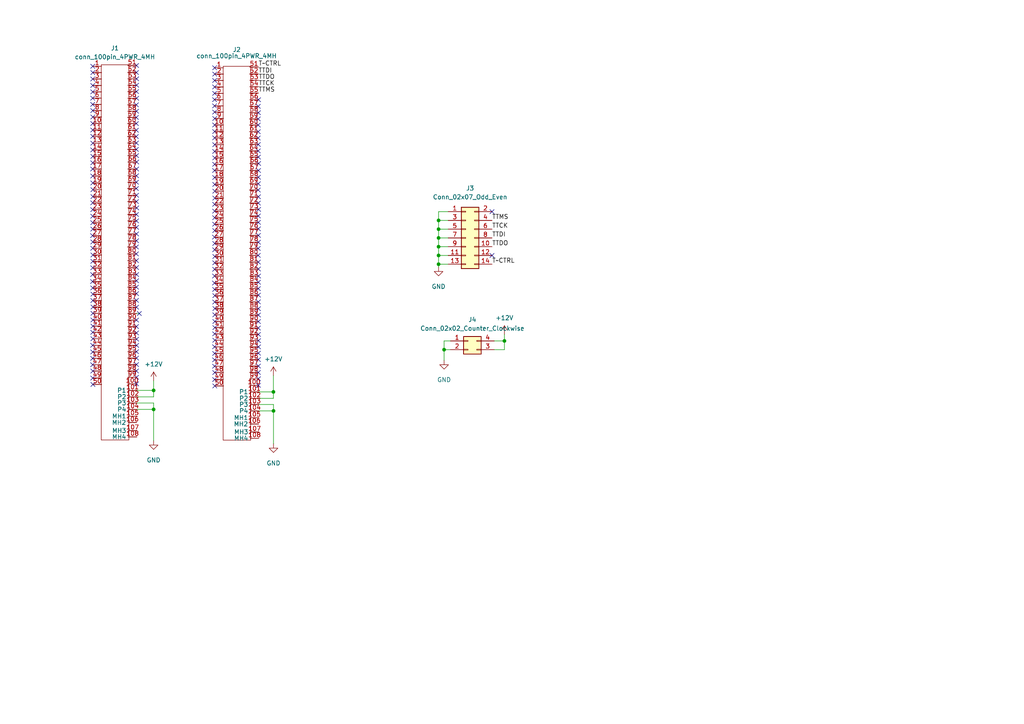
<source format=kicad_sch>
(kicad_sch (version 20211123) (generator eeschema)
  (paper "A4")
  (lib_symbols
    (symbol "Connector_Generic:Conn_02x02_Counter_Clockwise" (pin_names (offset 1.016) hide)
      (property "Reference" "J" (at 1.27 2.54 0))
      (property "Value" "Conn_02x02_Counter_Clockwise" (at 1.27 -5.08 0))
      (symbol "Conn_02x02_Counter_Clockwise_1_1"
        (rectangle (start -1.27 -2.413) (end 0 -2.667) (stroke (width 0.1524)))
        (rectangle (start -1.27 0.127) (end 0 -0.127) (stroke (width 0.1524)))
        (rectangle (start -1.27 1.27) (end 3.81 -3.81) (stroke (width 0.254)) (fill (type background)))
        (rectangle (start 3.81 -2.413) (end 2.54 -2.667) (stroke (width 0.1524)))
        (rectangle (start 3.81 0.127) (end 2.54 -0.127) (stroke (width 0.1524)))
        (pin passive line (at -5.08 0 0) (length 3.81) (name "Pin_1") (number "1"))
        (pin passive line (at -5.08 -2.54 0) (length 3.81) (name "Pin_2") (number "2"))
        (pin passive line (at 7.62 -2.54 180) (length 3.81) (name "Pin_3") (number "3"))
        (pin passive line (at 7.62 0 180) (length 3.81) (name "Pin_4") (number "4"))
      )
    )
    (symbol "Connector_Generic:Conn_02x07_Odd_Even" (pin_names (offset 1.016) hide)
      (property "Reference" "J" (at 1.27 10.16 0))
      (property "Value" "Conn_02x07_Odd_Even" (at 1.27 -10.16 0))
      (symbol "Conn_02x07_Odd_Even_1_1"
        (rectangle (start -1.27 -7.493) (end 0 -7.747) (stroke (width 0.1524)))
        (rectangle (start -1.27 -4.953) (end 0 -5.207) (stroke (width 0.1524)))
        (rectangle (start -1.27 -2.413) (end 0 -2.667) (stroke (width 0.1524)))
        (rectangle (start -1.27 0.127) (end 0 -0.127) (stroke (width 0.1524)))
        (rectangle (start -1.27 2.667) (end 0 2.413) (stroke (width 0.1524)))
        (rectangle (start -1.27 5.207) (end 0 4.953) (stroke (width 0.1524)))
        (rectangle (start -1.27 7.747) (end 0 7.493) (stroke (width 0.1524)))
        (rectangle (start -1.27 8.89) (end 3.81 -8.89) (stroke (width 0.254)) (fill (type background)))
        (rectangle (start 3.81 -7.493) (end 2.54 -7.747) (stroke (width 0.1524)))
        (rectangle (start 3.81 -4.953) (end 2.54 -5.207) (stroke (width 0.1524)))
        (rectangle (start 3.81 -2.413) (end 2.54 -2.667) (stroke (width 0.1524)))
        (rectangle (start 3.81 0.127) (end 2.54 -0.127) (stroke (width 0.1524)))
        (rectangle (start 3.81 2.667) (end 2.54 2.413) (stroke (width 0.1524)))
        (rectangle (start 3.81 5.207) (end 2.54 4.953) (stroke (width 0.1524)))
        (rectangle (start 3.81 7.747) (end 2.54 7.493) (stroke (width 0.1524)))
        (pin passive line (at -5.08 7.62 0) (length 3.81) (name "Pin_1") (number "1"))
        (pin passive line (at 7.62 -2.54 180) (length 3.81) (name "Pin_10") (number "10"))
        (pin passive line (at -5.08 -5.08 0) (length 3.81) (name "Pin_11") (number "11"))
        (pin passive line (at 7.62 -5.08 180) (length 3.81) (name "Pin_12") (number "12"))
        (pin passive line (at -5.08 -7.62 0) (length 3.81) (name "Pin_13") (number "13"))
        (pin passive line (at 7.62 -7.62 180) (length 3.81) (name "Pin_14") (number "14"))
        (pin passive line (at 7.62 7.62 180) (length 3.81) (name "Pin_2") (number "2"))
        (pin passive line (at -5.08 5.08 0) (length 3.81) (name "Pin_3") (number "3"))
        (pin passive line (at 7.62 5.08 180) (length 3.81) (name "Pin_4") (number "4"))
        (pin passive line (at -5.08 2.54 0) (length 3.81) (name "Pin_5") (number "5"))
        (pin passive line (at 7.62 2.54 180) (length 3.81) (name "Pin_6") (number "6"))
        (pin passive line (at -5.08 0 0) (length 3.81) (name "Pin_7") (number "7"))
        (pin passive line (at 7.62 0 180) (length 3.81) (name "Pin_8") (number "8"))
        (pin passive line (at -5.08 -2.54 0) (length 3.81) (name "Pin_9") (number "9"))
      )
    )
    (symbol "New_Library:conn_100pin_4PWR_4MH"
      (property "Reference" "J1" (at -42.418 128.5494 0))
      (property "Value" "conn_100pin_4PWR_4MH" (at -42.418 126.0094 0))
      (symbol "conn_100pin_4PWR_4MH_0_1"
        (rectangle (start -46.3804 123.7234) (end -38.354 14.9098))
      )
      (symbol "conn_100pin_4PWR_4MH_1_1"
        (pin passive line (at -48.8442 123.2916 0) (length 2.54) (name "") (number "1"))
        (pin passive line (at -48.8442 106.7054 0) (length 2.54) (name "") (number "10"))
        (pin passive line (at -36.1442 31.1912 180) (length 2.54) (name "") (number "100"))
        (pin passive line (at -36.0426 29.2862 180) (length 2.54) (name "P1") (number "101"))
        (pin passive line (at -36.0172 27.4066 180) (length 2.54) (name "P2") (number "102"))
        (pin passive line (at -36.0172 25.6286 180) (length 2.54) (name "P3") (number "103"))
        (pin passive line (at -36.0172 23.7744 180) (length 2.54) (name "P4") (number "104"))
        (pin passive line (at -36.0426 21.7932 180) (length 2.54) (name "MH1") (number "105"))
        (pin passive line (at -36.068 19.9644 180) (length 2.54) (name "MH2") (number "106"))
        (pin passive line (at -36.0172 17.6276 180) (length 2.54) (name "MH3") (number "107"))
        (pin passive line (at -36.0426 15.7988 180) (length 2.54) (name "MH4") (number "108"))
        (pin passive line (at -48.8442 104.8004 0) (length 2.54) (name "") (number "11"))
        (pin passive line (at -48.8442 102.9716 0) (length 2.54) (name "") (number "12"))
        (pin passive line (at -48.8188 100.9904 0) (length 2.54) (name "") (number "13"))
        (pin passive line (at -48.8442 99.0346 0) (length 2.54) (name "") (number "14"))
        (pin passive line (at -48.8188 97.155 0) (length 2.54) (name "") (number "15"))
        (pin passive line (at -48.8442 95.3008 0) (length 2.54) (name "") (number "16"))
        (pin passive line (at -48.8696 93.4974 0) (length 2.54) (name "") (number "17"))
        (pin passive line (at -48.8442 91.4654 0) (length 2.54) (name "") (number "18"))
        (pin passive line (at -48.8188 89.4588 0) (length 2.54) (name "") (number "19"))
        (pin passive line (at -48.8188 121.4628 0) (length 2.54) (name "") (number "2"))
        (pin passive line (at -48.7934 87.503 0) (length 2.54) (name "") (number "20"))
        (pin passive line (at -48.7934 85.4964 0) (length 2.54) (name "") (number "21"))
        (pin passive line (at -48.8442 83.693 0) (length 2.54) (name "") (number "22"))
        (pin passive line (at -48.8442 81.7118 0) (length 2.54) (name "") (number "23"))
        (pin passive line (at -48.8442 79.8068 0) (length 2.54) (name "") (number "24"))
        (pin passive line (at -48.8442 77.9272 0) (length 2.54) (name "") (number "25"))
        (pin passive line (at -48.8188 76.073 0) (length 2.54) (name "") (number "26"))
        (pin passive line (at -48.895 74.168 0) (length 2.54) (name "") (number "27"))
        (pin passive line (at -48.8188 72.3392 0) (length 2.54) (name "") (number "28"))
        (pin passive line (at -48.8442 70.5104 0) (length 2.54) (name "") (number "29"))
        (pin passive line (at -48.8442 119.6086 0) (length 2.54) (name "") (number "3"))
        (pin passive line (at -48.7934 68.5546 0) (length 2.54) (name "") (number "30"))
        (pin passive line (at -48.8188 66.7258 0) (length 2.54) (name "") (number "31"))
        (pin passive line (at -48.8442 64.8462 0) (length 2.54) (name "") (number "32"))
        (pin passive line (at -48.8696 62.8904 0) (length 2.54) (name "") (number "33"))
        (pin passive line (at -48.895 60.8584 0) (length 2.54) (name "") (number "34"))
        (pin passive line (at -48.8442 59.0042 0) (length 2.54) (name "") (number "35"))
        (pin passive line (at -48.7934 57.2008 0) (length 2.54) (name "") (number "36"))
        (pin passive line (at -48.8188 55.3466 0) (length 2.54) (name "") (number "37"))
        (pin passive line (at -48.768 53.467 0) (length 2.54) (name "") (number "38"))
        (pin passive line (at -48.7934 51.6382 0) (length 2.54) (name "") (number "39"))
        (pin passive line (at -48.8442 117.729 0) (length 2.54) (name "") (number "4"))
        (pin passive line (at -48.7934 49.7078 0) (length 2.54) (name "") (number "40"))
        (pin passive line (at -48.7934 47.9298 0) (length 2.54) (name "") (number "41"))
        (pin passive line (at -48.8442 46.1264 0) (length 2.54) (name "") (number "42"))
        (pin passive line (at -48.7934 44.2722 0) (length 2.54) (name "") (number "43"))
        (pin passive line (at -48.8696 42.3672 0) (length 2.54) (name "") (number "44"))
        (pin passive line (at -48.8442 40.4368 0) (length 2.54) (name "") (number "45"))
        (pin passive line (at -48.8696 38.5826 0) (length 2.54) (name "") (number "46"))
        (pin passive line (at -48.8696 36.7284 0) (length 2.54) (name "") (number "47"))
        (pin passive line (at -48.8188 34.8996 0) (length 2.54) (name "") (number "48"))
        (pin passive line (at -48.8442 32.8676 0) (length 2.54) (name "") (number "49"))
        (pin passive line (at -48.8442 115.8748 0) (length 2.54) (name "") (number "5"))
        (pin passive line (at -48.7934 31.0134 0) (length 2.54) (name "") (number "50"))
        (pin passive line (at -36.1442 123.5202 180) (length 2.54) (name "") (number "51"))
        (pin passive line (at -36.1696 121.4882 180) (length 2.54) (name "") (number "52"))
        (pin passive line (at -36.1188 119.6594 180) (length 2.54) (name "") (number "53"))
        (pin passive line (at -36.1188 117.8052 180) (length 2.54) (name "") (number "54"))
        (pin passive line (at -36.1442 115.951 180) (length 2.54) (name "") (number "55"))
        (pin passive line (at -36.1188 114.0206 180) (length 2.54) (name "") (number "56"))
        (pin passive line (at -36.195 112.1156 180) (length 2.54) (name "") (number "57"))
        (pin passive line (at -36.1442 110.2614 180) (length 2.54) (name "") (number "58"))
        (pin passive line (at -36.195 108.458 180) (length 2.54) (name "") (number "59"))
        (pin passive line (at -48.8696 114.046 0) (length 2.54) (name "") (number "6"))
        (pin passive line (at -36.195 106.68 180) (length 2.54) (name "") (number "60"))
        (pin passive line (at -36.195 104.7496 180) (length 2.54) (name "") (number "61"))
        (pin passive line (at -36.2204 102.9208 180) (length 2.54) (name "") (number "62"))
        (pin passive line (at -36.1696 101.0412 180) (length 2.54) (name "") (number "63"))
        (pin passive line (at -36.195 99.187 180) (length 2.54) (name "") (number "64"))
        (pin passive line (at -36.1442 97.3836 180) (length 2.54) (name "") (number "65"))
        (pin passive line (at -36.0934 95.5294 180) (length 2.54) (name "") (number "66"))
        (pin passive line (at -36.1188 93.4974 180) (length 2.54) (name "") (number "67"))
        (pin passive line (at -36.1442 91.5416 180) (length 2.54) (name "") (number "68"))
        (pin passive line (at -36.1696 89.662 180) (length 2.54) (name "") (number "69"))
        (pin passive line (at -48.8696 112.2426 0) (length 2.54) (name "") (number "7"))
        (pin passive line (at -36.195 87.8332 180) (length 2.54) (name "") (number "70"))
        (pin passive line (at -36.1442 85.8774 180) (length 2.54) (name "") (number "71"))
        (pin passive line (at -36.1696 84.0486 180) (length 2.54) (name "") (number "72"))
        (pin passive line (at -36.0934 82.2198 180) (length 2.54) (name "") (number "73"))
        (pin passive line (at -36.1696 80.3148 180) (length 2.54) (name "") (number "74"))
        (pin passive line (at -36.1442 78.4606 180) (length 2.54) (name "") (number "75"))
        (pin passive line (at -36.1442 76.581 180) (length 2.54) (name "") (number "76"))
        (pin passive line (at -36.1442 74.676 180) (length 2.54) (name "") (number "77"))
        (pin passive line (at -36.1442 72.6948 180) (length 2.54) (name "") (number "78"))
        (pin passive line (at -36.195 70.8914 180) (length 2.54) (name "") (number "79"))
        (pin passive line (at -48.8442 110.4392 0) (length 2.54) (name "") (number "8"))
        (pin passive line (at -36.195 68.8848 180) (length 2.54) (name "") (number "80"))
        (pin passive line (at -36.1696 66.929 180) (length 2.54) (name "") (number "81"))
        (pin passive line (at -36.1442 64.9224 180) (length 2.54) (name "") (number "82"))
        (pin passive line (at -36.1188 62.8904 180) (length 2.54) (name "") (number "83"))
        (pin passive line (at -36.1442 61.087 180) (length 2.54) (name "") (number "84"))
        (pin passive line (at -36.1696 59.2328 180) (length 2.54) (name "") (number "85"))
        (pin passive line (at -36.1442 57.3532 180) (length 2.54) (name "") (number "86"))
        (pin passive line (at -36.1696 55.3974 180) (length 2.54) (name "") (number "87"))
        (pin passive line (at -36.1442 53.4162 180) (length 2.54) (name "") (number "88"))
        (pin passive line (at -36.1442 51.5874 180) (length 2.54) (name "") (number "89"))
        (pin passive line (at -48.8188 108.585 0) (length 2.54) (name "") (number "9"))
        (pin passive line (at -36.1442 49.6824 180) (length 2.54) (name "") (number "90"))
        (pin passive line (at -36.1696 47.8028 180) (length 2.54) (name "") (number "91"))
        (pin passive line (at -36.1442 45.9486 180) (length 2.54) (name "") (number "92"))
        (pin passive line (at -36.1188 44.1452 180) (length 2.54) (name "") (number "93"))
        (pin passive line (at -36.1188 42.3418 180) (length 2.54) (name "") (number "94"))
        (pin passive line (at -36.1442 40.513 180) (length 2.54) (name "") (number "95"))
        (pin passive line (at -36.1442 38.6588 180) (length 2.54) (name "") (number "96"))
        (pin passive line (at -36.1442 36.7792 180) (length 2.54) (name "") (number "97"))
        (pin passive line (at -36.1696 34.925 180) (length 2.54) (name "") (number "98"))
        (pin passive line (at -36.1442 33.0962 180) (length 2.54) (name "") (number "99"))
      )
    )
    (symbol "conn_100pin_4PWR_4MH_1"
      (property "Reference" "J2" (at -42.418 128.5494 0))
      (property "Value" "conn_100pin_4PWR_4MH" (at -42.4942 126.7206 0))
      (symbol "conn_100pin_4PWR_4MH_1_0_1"
        (rectangle (start -46.3804 123.7234) (end -38.3794 15.2908))
      )
      (symbol "conn_100pin_4PWR_4MH_1_1_1"
        (pin passive line (at -48.8442 123.2916 0) (length 2.54) (name "") (number "1"))
        (pin passive line (at -48.8442 106.7054 0) (length 2.54) (name "") (number "10"))
        (pin passive line (at -36.1442 31.1912 180) (length 2.54) (name "") (number "100"))
        (pin passive line (at -36.0426 29.2862 180) (length 2.54) (name "P1") (number "101"))
        (pin passive line (at -36.0172 27.4066 180) (length 2.54) (name "P2") (number "102"))
        (pin passive line (at -36.0172 25.6286 180) (length 2.54) (name "P3") (number "103"))
        (pin passive line (at -36.0172 23.7744 180) (length 2.54) (name "P4") (number "104"))
        (pin passive line (at -36.0426 21.7932 180) (length 2.54) (name "MH1") (number "105"))
        (pin passive line (at -36.068 19.9644 180) (length 2.54) (name "MH2") (number "106"))
        (pin passive line (at -35.9918 17.653 180) (length 2.54) (name "MH3") (number "107"))
        (pin passive line (at -36.0172 15.8242 180) (length 2.54) (name "MH4") (number "108"))
        (pin passive line (at -48.8442 104.8004 0) (length 2.54) (name "") (number "11"))
        (pin passive line (at -48.8442 102.9716 0) (length 2.54) (name "") (number "12"))
        (pin passive line (at -48.8188 100.9904 0) (length 2.54) (name "") (number "13"))
        (pin passive line (at -48.8442 99.0346 0) (length 2.54) (name "") (number "14"))
        (pin passive line (at -48.8188 97.155 0) (length 2.54) (name "") (number "15"))
        (pin passive line (at -48.8442 95.3008 0) (length 2.54) (name "") (number "16"))
        (pin passive line (at -48.8696 93.4974 0) (length 2.54) (name "") (number "17"))
        (pin passive line (at -48.8442 91.4654 0) (length 2.54) (name "") (number "18"))
        (pin passive line (at -48.8188 89.4588 0) (length 2.54) (name "") (number "19"))
        (pin passive line (at -48.8188 121.4628 0) (length 2.54) (name "") (number "2"))
        (pin passive line (at -48.7934 87.503 0) (length 2.54) (name "") (number "20"))
        (pin passive line (at -48.7934 85.4964 0) (length 2.54) (name "") (number "21"))
        (pin passive line (at -48.8442 83.693 0) (length 2.54) (name "") (number "22"))
        (pin passive line (at -48.8442 81.7118 0) (length 2.54) (name "") (number "23"))
        (pin passive line (at -48.8442 79.8068 0) (length 2.54) (name "") (number "24"))
        (pin passive line (at -48.8442 77.9272 0) (length 2.54) (name "") (number "25"))
        (pin passive line (at -48.8188 76.073 0) (length 2.54) (name "") (number "26"))
        (pin passive line (at -48.895 74.168 0) (length 2.54) (name "") (number "27"))
        (pin passive line (at -48.8188 72.3392 0) (length 2.54) (name "") (number "28"))
        (pin passive line (at -48.8442 70.5104 0) (length 2.54) (name "") (number "29"))
        (pin passive line (at -48.8442 119.6086 0) (length 2.54) (name "") (number "3"))
        (pin passive line (at -48.7934 68.5546 0) (length 2.54) (name "") (number "30"))
        (pin passive line (at -48.8188 66.7258 0) (length 2.54) (name "") (number "31"))
        (pin passive line (at -48.8442 64.8462 0) (length 2.54) (name "") (number "32"))
        (pin passive line (at -48.8696 62.8904 0) (length 2.54) (name "") (number "33"))
        (pin passive line (at -48.895 60.8584 0) (length 2.54) (name "") (number "34"))
        (pin passive line (at -48.8442 59.0042 0) (length 2.54) (name "") (number "35"))
        (pin passive line (at -48.7934 57.2008 0) (length 2.54) (name "") (number "36"))
        (pin passive line (at -48.8188 55.3466 0) (length 2.54) (name "") (number "37"))
        (pin passive line (at -48.768 53.467 0) (length 2.54) (name "") (number "38"))
        (pin passive line (at -48.7934 51.6382 0) (length 2.54) (name "") (number "39"))
        (pin passive line (at -48.8442 117.729 0) (length 2.54) (name "") (number "4"))
        (pin passive line (at -48.7934 49.7078 0) (length 2.54) (name "") (number "40"))
        (pin passive line (at -48.7934 47.9298 0) (length 2.54) (name "") (number "41"))
        (pin passive line (at -48.8442 46.1264 0) (length 2.54) (name "") (number "42"))
        (pin passive line (at -48.7934 44.2722 0) (length 2.54) (name "") (number "43"))
        (pin passive line (at -48.8696 42.3672 0) (length 2.54) (name "") (number "44"))
        (pin passive line (at -48.8442 40.4368 0) (length 2.54) (name "") (number "45"))
        (pin passive line (at -48.8696 38.5826 0) (length 2.54) (name "") (number "46"))
        (pin passive line (at -48.8696 36.7284 0) (length 2.54) (name "") (number "47"))
        (pin passive line (at -48.8188 34.8996 0) (length 2.54) (name "") (number "48"))
        (pin passive line (at -48.8442 32.8676 0) (length 2.54) (name "") (number "49"))
        (pin passive line (at -48.8442 115.8748 0) (length 2.54) (name "") (number "5"))
        (pin passive line (at -48.7934 31.0134 0) (length 2.54) (name "") (number "50"))
        (pin passive line (at -36.1442 123.5202 180) (length 2.54) (name "") (number "51"))
        (pin passive line (at -36.1696 121.4882 180) (length 2.54) (name "") (number "52"))
        (pin passive line (at -36.1188 119.6594 180) (length 2.54) (name "") (number "53"))
        (pin passive line (at -36.1188 117.8052 180) (length 2.54) (name "") (number "54"))
        (pin passive line (at -36.1442 115.951 180) (length 2.54) (name "") (number "55"))
        (pin passive line (at -36.1188 114.0206 180) (length 2.54) (name "") (number "56"))
        (pin passive line (at -36.195 112.1156 180) (length 2.54) (name "") (number "57"))
        (pin passive line (at -36.1442 110.2614 180) (length 2.54) (name "") (number "58"))
        (pin passive line (at -36.195 108.458 180) (length 2.54) (name "") (number "59"))
        (pin passive line (at -48.8696 114.046 0) (length 2.54) (name "") (number "6"))
        (pin passive line (at -36.195 106.68 180) (length 2.54) (name "") (number "60"))
        (pin passive line (at -36.195 104.7496 180) (length 2.54) (name "") (number "61"))
        (pin passive line (at -36.2204 102.9208 180) (length 2.54) (name "") (number "62"))
        (pin passive line (at -36.1696 101.0412 180) (length 2.54) (name "") (number "63"))
        (pin passive line (at -36.195 99.187 180) (length 2.54) (name "") (number "64"))
        (pin passive line (at -36.1442 97.3836 180) (length 2.54) (name "") (number "65"))
        (pin passive line (at -36.0934 95.5294 180) (length 2.54) (name "") (number "66"))
        (pin passive line (at -36.1188 93.4974 180) (length 2.54) (name "") (number "67"))
        (pin passive line (at -36.1442 91.5416 180) (length 2.54) (name "") (number "68"))
        (pin passive line (at -36.1696 89.662 180) (length 2.54) (name "") (number "69"))
        (pin passive line (at -48.8696 112.2426 0) (length 2.54) (name "") (number "7"))
        (pin passive line (at -36.195 87.8332 180) (length 2.54) (name "") (number "70"))
        (pin passive line (at -36.1442 85.8774 180) (length 2.54) (name "") (number "71"))
        (pin passive line (at -36.1696 84.0486 180) (length 2.54) (name "") (number "72"))
        (pin passive line (at -36.0934 82.2198 180) (length 2.54) (name "") (number "73"))
        (pin passive line (at -36.1696 80.3148 180) (length 2.54) (name "") (number "74"))
        (pin passive line (at -36.1442 78.4606 180) (length 2.54) (name "") (number "75"))
        (pin passive line (at -36.1442 76.581 180) (length 2.54) (name "") (number "76"))
        (pin passive line (at -36.1442 74.676 180) (length 2.54) (name "") (number "77"))
        (pin passive line (at -36.1442 72.6948 180) (length 2.54) (name "") (number "78"))
        (pin passive line (at -36.195 70.8914 180) (length 2.54) (name "") (number "79"))
        (pin passive line (at -48.8442 110.4392 0) (length 2.54) (name "") (number "8"))
        (pin passive line (at -36.195 68.8848 180) (length 2.54) (name "") (number "80"))
        (pin passive line (at -36.1696 66.929 180) (length 2.54) (name "") (number "81"))
        (pin passive line (at -36.1442 64.9224 180) (length 2.54) (name "") (number "82"))
        (pin passive line (at -36.1188 62.8904 180) (length 2.54) (name "") (number "83"))
        (pin passive line (at -36.1442 61.087 180) (length 2.54) (name "") (number "84"))
        (pin passive line (at -36.1696 59.2328 180) (length 2.54) (name "") (number "85"))
        (pin passive line (at -36.1442 57.3532 180) (length 2.54) (name "") (number "86"))
        (pin passive line (at -36.1696 55.3974 180) (length 2.54) (name "") (number "87"))
        (pin passive line (at -36.1442 53.4162 180) (length 2.54) (name "") (number "88"))
        (pin passive line (at -36.1442 51.5874 180) (length 2.54) (name "") (number "89"))
        (pin passive line (at -48.8188 108.585 0) (length 2.54) (name "") (number "9"))
        (pin passive line (at -36.1442 49.6824 180) (length 2.54) (name "") (number "90"))
        (pin passive line (at -36.1696 47.8028 180) (length 2.54) (name "") (number "91"))
        (pin passive line (at -36.1442 45.9486 180) (length 2.54) (name "") (number "92"))
        (pin passive line (at -36.1188 44.1452 180) (length 2.54) (name "") (number "93"))
        (pin passive line (at -36.1188 42.3418 180) (length 2.54) (name "") (number "94"))
        (pin passive line (at -36.1442 40.513 180) (length 2.54) (name "") (number "95"))
        (pin passive line (at -36.1442 38.6588 180) (length 2.54) (name "") (number "96"))
        (pin passive line (at -36.1442 36.7792 180) (length 2.54) (name "") (number "97"))
        (pin passive line (at -36.1696 34.925 180) (length 2.54) (name "") (number "98"))
        (pin passive line (at -36.1442 33.0962 180) (length 2.54) (name "") (number "99"))
      )
    )
    (symbol "power:+12V" (power) (pin_names (offset 0))
      (property "Value" "+12V" (at 0 3.556 0))
      (symbol "+12V_0_1"
        (polyline (pts (xy -0.762 1.27) (xy 0 2.54)))
        (polyline (pts (xy 0 0) (xy 0 2.54)))
        (polyline (pts (xy 0 2.54) (xy 0.762 1.27)))
      )
      (symbol "+12V_1_1"
        (pin power_in line (at 0 0 90) (length 0) hide (name "+12V") (number "1"))
      )
    )
    (symbol "power:GND" (power) (pin_names (offset 0))
      (property "Value" "GND" (at 0 -3.81 0))
      (symbol "GND_0_1"
        (polyline (pts (xy 0 0) (xy 0 -1.27) (xy 1.27 -1.27) (xy 0 -2.54) (xy -1.27 -1.27) (xy 0 -1.27)))
      )
      (symbol "GND_1_1"
        (pin power_in line (at 0 0 270) (length 0) hide (name "GND") (number "1"))
      )
    )
  )
  (junction (at 146.304 98.8822))
  (junction (at 127.2032 76.6318))
  (junction (at 79.3242 119.1768))
  (junction (at 127.2032 66.4718))
  (junction (at 127.2032 63.9318))
  (junction (at 79.2988 113.665))
  (junction (at 44.5516 118.745))
  (junction (at 127.2032 74.0918))
  (junction (at 127.2032 69.0118))
  (junction (at 128.8034 101.4222))
  (junction (at 127.2032 71.5518))
  (junction (at 44.5516 113.2332))
  (no_connect (at 74.9554 64.4906))
  (no_connect (at 74.9554 78.0288))
  (no_connect (at 39.5732 52.8574))
  (no_connect (at 26.8986 35.814))
  (no_connect (at 39.5986 109.4232))
  (no_connect (at 26.8986 43.4848))
  (no_connect (at 62.2808 53.4924))
  (no_connect (at 39.5478 35.8394))
  (no_connect (at 62.2808 87.6046))
  (no_connect (at 74.9554 106.172))
  (no_connect (at 74.9554 91.3638))
  (no_connect (at 74.9554 70.2564))
  (no_connect (at 74.9554 97.0026))
  (no_connect (at 74.9046 72.0598))
  (no_connect (at 62.2554 65.024))
  (no_connect (at 62.2554 78.105))
  (no_connect (at 26.8732 30.2768))
  (no_connect (at 62.2808 45.7962))
  (no_connect (at 74.8792 40.0304))
  (no_connect (at 39.5986 65.9384))
  (no_connect (at 40.4114 90.932))
  (no_connect (at 74.9554 102.4382))
  (no_connect (at 62.23 28.9052))
  (no_connect (at 62.2808 21.4884))
  (no_connect (at 26.9494 111.506))
  (no_connect (at 74.9554 81.8642))
  (no_connect (at 39.624 24.7142))
  (no_connect (at 39.5478 73.6346))
  (no_connect (at 62.23 104.3686))
  (no_connect (at 39.5478 34.0614))
  (no_connect (at 62.2554 27.0764))
  (no_connect (at 74.9554 85.598))
  (no_connect (at 26.8986 62.7126))
  (no_connect (at 39.5732 62.2046))
  (no_connect (at 142.6972 74.0918))
  (no_connect (at 39.624 22.86))
  (no_connect (at 26.8986 58.8264))
  (no_connect (at 74.9046 74.0664))
  (no_connect (at 26.8478 81.661))
  (no_connect (at 74.9046 55.118))
  (no_connect (at 62.2554 96.8248))
  (no_connect (at 39.5986 64.0588))
  (no_connect (at 62.2808 70.612))
  (no_connect (at 74.9554 51.4096))
  (no_connect (at 74.9554 45.5676))
  (no_connect (at 74.9554 66.3702))
  (no_connect (at 26.8986 39.5478))
  (no_connect (at 74.9046 36.2712))
  (no_connect (at 39.5732 87.122))
  (no_connect (at 39.5986 111.3282))
  (no_connect (at 74.9554 89.535))
  (no_connect (at 26.8986 102.0826))
  (no_connect (at 62.2554 25.2222))
  (no_connect (at 26.9494 92.8116))
  (no_connect (at 62.3062 93.2434))
  (no_connect (at 62.23 106.2228))
  (no_connect (at 62.2554 39.9796))
  (no_connect (at 74.93 87.5538))
  (no_connect (at 26.9494 94.5896))
  (no_connect (at 39.5732 107.5944))
  (no_connect (at 26.924 53.0606))
  (no_connect (at 62.2554 38.1508))
  (no_connect (at 62.2554 63.1444))
  (no_connect (at 39.5478 37.7698))
  (no_connect (at 62.2808 34.3662))
  (no_connect (at 26.924 66.4464))
  (no_connect (at 26.8732 100.1522))
  (no_connect (at 26.8986 24.7904))
  (no_connect (at 26.8986 51.054))
  (no_connect (at 74.9554 104.2924))
  (no_connect (at 62.3062 57.4548))
  (no_connect (at 62.23 80.0608))
  (no_connect (at 39.5986 89.1032))
  (no_connect (at 74.9554 111.76))
  (no_connect (at 26.924 87.1728))
  (no_connect (at 74.93 53.2892))
  (no_connect (at 62.2554 51.4858))
  (no_connect (at 39.5732 58.4708))
  (no_connect (at 75.0062 47.4218))
  (no_connect (at 26.924 70.1802))
  (no_connect (at 62.2554 43.9166))
  (no_connect (at 62.2554 72.4408))
  (no_connect (at 39.5986 67.8434))
  (no_connect (at 62.2808 66.8782))
  (no_connect (at 26.9494 90.8812))
  (no_connect (at 62.23 49.4538))
  (no_connect (at 26.8732 49.022))
  (no_connect (at 26.8986 72.009))
  (no_connect (at 62.3316 89.4842))
  (no_connect (at 26.8986 22.9108))
  (no_connect (at 26.924 107.6198))
  (no_connect (at 74.93 83.7184))
  (no_connect (at 62.3062 111.9378))
  (no_connect (at 74.93 108.0262))
  (no_connect (at 39.5986 81.4324))
  (no_connect (at 62.2046 82.0928))
  (no_connect (at 39.5478 43.3324))
  (no_connect (at 74.9554 93.2688))
  (no_connect (at 39.5478 71.628))
  (no_connect (at 62.3062 85.7504))
  (no_connect (at 39.5478 54.6862))
  (no_connect (at 62.23 100.584))
  (no_connect (at 62.3062 91.313))
  (no_connect (at 26.924 45.3644))
  (no_connect (at 39.5986 18.9992))
  (no_connect (at 62.3062 95.0214))
  (no_connect (at 74.9554 68.2752))
  (no_connect (at 62.2808 41.9608))
  (no_connect (at 26.8732 105.791))
  (no_connect (at 26.924 41.529))
  (no_connect (at 39.5732 75.5904))
  (no_connect (at 62.3062 55.4482))
  (no_connect (at 62.2808 108.0516))
  (no_connect (at 26.8986 47.2186))
  (no_connect (at 26.9494 57.023))
  (no_connect (at 74.9808 100.6094))
  (no_connect (at 74.9554 32.6898))
  (no_connect (at 75.0062 60.7314))
  (no_connect (at 74.9046 34.4932))
  (no_connect (at 26.924 21.0566))
  (no_connect (at 39.5732 94.7166))
  (no_connect (at 74.93 62.6364))
  (no_connect (at 26.8986 32.0802))
  (no_connect (at 74.9046 30.8356))
  (no_connect (at 39.5986 96.5708))
  (no_connect (at 26.8732 28.4734))
  (no_connect (at 62.2554 61.2394))
  (no_connect (at 39.5986 26.5684))
  (no_connect (at 26.8986 83.5152))
  (no_connect (at 74.93 58.9026))
  (no_connect (at 74.9808 98.806))
  (no_connect (at 39.6494 46.99))
  (no_connect (at 26.9494 85.3186))
  (no_connect (at 26.8732 79.629))
  (no_connect (at 62.2808 76.2254))
  (no_connect (at 39.6494 60.2996))
  (no_connect (at 26.9748 89.0524))
  (no_connect (at 74.9554 109.855))
  (no_connect (at 39.5224 39.5986))
  (no_connect (at 26.9494 55.0164))
  (no_connect (at 26.9494 73.9648))
  (no_connect (at 26.8986 64.5922))
  (no_connect (at 62.2554 47.6504))
  (no_connect (at 26.8986 96.393))
  (no_connect (at 39.5986 56.642))
  (no_connect (at 39.5986 32.258))
  (no_connect (at 39.5986 92.837))
  (no_connect (at 39.5478 30.4038))
  (no_connect (at 26.8986 37.719))
  (no_connect (at 74.9808 80.0608))
  (no_connect (at 39.5986 69.8246))
  (no_connect (at 26.8986 109.6518))
  (no_connect (at 62.2554 110.0836))
  (no_connect (at 39.624 28.4988))
  (no_connect (at 39.624 100.1776))
  (no_connect (at 39.5986 105.7402))
  (no_connect (at 62.2554 32.512))
  (no_connect (at 39.624 98.3742))
  (no_connect (at 142.6972 61.3918))
  (no_connect (at 39.5986 85.1662))
  (no_connect (at 74.9808 49.4538))
  (no_connect (at 62.2554 59.2582))
  (no_connect (at 26.8986 26.6446))
  (no_connect (at 74.93 95.1484))
  (no_connect (at 26.924 75.7936))
  (no_connect (at 26.924 33.9344))
  (no_connect (at 26.8478 68.3514))
  (no_connect (at 39.5986 50.9778))
  (no_connect (at 74.93 76.0222))
  (no_connect (at 62.3062 98.679))
  (no_connect (at 62.2554 23.3426))
  (no_connect (at 26.8986 19.2278))
  (no_connect (at 39.5986 102.0064))
  (no_connect (at 62.2554 83.947))
  (no_connect (at 26.9494 98.2472))
  (no_connect (at 62.2554 36.2458))
  (no_connect (at 39.5986 45.1358))
  (no_connect (at 62.2554 19.6596))
  (no_connect (at 39.5732 21.0312))
  (no_connect (at 62.2046 68.7832))
  (no_connect (at 26.8732 103.9368))
  (no_connect (at 62.3062 74.3966))
  (no_connect (at 26.8986 77.6732))
  (no_connect (at 74.9046 38.2016))
  (no_connect (at 39.5986 103.8606))
  (no_connect (at 26.8986 60.8076))
  (no_connect (at 39.624 49.022))
  (no_connect (at 39.5732 41.4782))
  (no_connect (at 62.23 30.7086))
  (no_connect (at 74.9554 57.0738))
  (no_connect (at 39.624 79.629))
  (no_connect (at 74.9808 28.9306))
  (no_connect (at 74.9046 43.7642))
  (no_connect (at 39.5732 83.2866))
  (no_connect (at 39.5986 77.597))
  (no_connect (at 74.93 41.91))
  (no_connect (at 62.2554 102.5144))
  (wire (pts (xy 79.2988 108.9406) (xy 79.2988 113.665)))
  (wire (pts (xy 39.7256 118.745) (xy 44.5516 118.745)))
  (wire (pts (xy 79.3242 119.1768) (xy 79.3242 128.7018)))
  (wire (pts (xy 44.5516 118.745) (xy 44.5516 127.8128)))
  (wire (pts (xy 127.2032 76.6318) (xy 127.2032 77.47)))
  (wire (pts (xy 39.7256 115.1128) (xy 44.5516 115.1128)))
  (wire (pts (xy 127.2032 63.9318) (xy 127.2032 66.4718)))
  (wire (pts (xy 143.3576 98.8822) (xy 146.304 98.8822)))
  (wire (pts (xy 129.9972 61.3918) (xy 127.2032 61.3918)))
  (wire (pts (xy 79.3242 117.3226) (xy 79.3242 119.1768)))
  (wire (pts (xy 39.7256 116.8908) (xy 44.5516 116.8908)))
  (wire (pts (xy 127.2032 69.0118) (xy 129.9972 69.0118)))
  (wire (pts (xy 127.2032 66.4718) (xy 127.2032 69.0118)))
  (wire (pts (xy 79.2988 113.665) (xy 79.2988 115.5446)))
  (wire (pts (xy 44.5516 110.4392) (xy 44.5516 113.2332)))
  (wire (pts (xy 127.2032 61.3918) (xy 127.2032 63.9318)))
  (wire (pts (xy 143.3576 101.4222) (xy 146.304 101.4222)))
  (wire (pts (xy 75.0824 119.1768) (xy 79.3242 119.1768)))
  (wire (pts (xy 75.0824 115.5446) (xy 79.2988 115.5446)))
  (wire (pts (xy 127.2032 63.9318) (xy 129.9972 63.9318)))
  (wire (pts (xy 127.2032 74.0918) (xy 127.2032 76.6318)))
  (wire (pts (xy 128.8034 101.4222) (xy 128.8034 104.521)))
  (wire (pts (xy 127.2032 71.5518) (xy 127.2032 74.0918)))
  (wire (pts (xy 127.2032 66.4718) (xy 129.9972 66.4718)))
  (wire (pts (xy 146.304 97.0026) (xy 146.304 98.8822)))
  (wire (pts (xy 39.7002 113.2332) (xy 44.5516 113.2332)))
  (wire (pts (xy 128.8034 101.4222) (xy 130.6576 101.4222)))
  (wire (pts (xy 44.5516 116.8908) (xy 44.5516 118.745)))
  (wire (pts (xy 75.057 113.665) (xy 79.2988 113.665)))
  (wire (pts (xy 75.0824 117.3226) (xy 79.3242 117.3226)))
  (wire (pts (xy 127.2032 76.6318) (xy 129.9972 76.6318)))
  (wire (pts (xy 130.6576 98.8822) (xy 128.8034 98.8822)))
  (wire (pts (xy 127.2032 69.0118) (xy 127.2032 71.5518)))
  (wire (pts (xy 39.5986 90.932) (xy 40.4114 90.932)))
  (wire (pts (xy 44.5516 113.2332) (xy 44.5516 115.1128)))
  (wire (pts (xy 127.2032 74.0918) (xy 129.9972 74.0918)))
  (wire (pts (xy 128.8034 98.8822) (xy 128.8034 101.4222)))
  (wire (pts (xy 146.304 98.8822) (xy 146.304 101.4222)))
  (wire (pts (xy 127.2032 71.5518) (xy 129.9972 71.5518)))
  (label "TTCK" (at 142.6972 66.4718 0))
  (label "TTMS" (at 74.9554 27.0002 0))
  (label "TTDO" (at 74.9808 23.2918 0))
  (label "TTDI" (at 142.6972 69.0118 0))
  (label "TTCK" (at 74.9808 25.146 0))
  (label "T~CTRL" (at 142.6972 76.6318 0))
  (label "T~CTRL" (at 74.9554 19.431 0))
  (label "TTDI" (at 74.93 21.463 0))
  (label "TTMS" (at 142.6972 63.9318 0))
  (label "TTDO" (at 142.6972 71.5518 0))
  (symbol (lib_id "power:GND") (at 128.8034 104.521 0) (unit 1)
    (property "Reference" "#PWR06" (effects hide))
    (property "Value" "GND" (at 128.8034 110.1598 0))
  )
  (symbol (lib_id "power:+12V") (at 79.2988 108.9406 0) (unit 1)
    (property "Reference" "#PWR03" (effects hide))
    (property "Value" "+12V" (at 79.2988 104.14 0))
  )
  (symbol (lib_id "New_Library:conn_100pin_4PWR_4MH") (at 75.7428 142.5194 0) (unit 1)
    (property "Reference" "J1" (at 33.3248 13.97 0))
    (property "Value" "conn_100pin_4PWR_4MH" (at 33.3248 16.51 0))
    (property "Footprint" "footprints:FX23-100P-0.5SV15" (effects hide))
  )
  (symbol (lib_id "power:GND") (at 44.5516 127.8128 0) (unit 1)
    (property "Reference" "#PWR02" (effects hide))
    (property "Value" "GND" (at 44.5516 133.4516 0))
  )
  (symbol (lib_id "Connector_Generic:Conn_02x02_Counter_Clockwise") (at 135.7376 98.8822 0) (unit 1)
    (property "Reference" "J4" (at 137.0076 92.71 0))
    (property "Value" "Conn_02x02_Counter_Clockwise" (at 137.0076 95.25 0))
    (property "Footprint" "Connector_Molex:Molex_Mini-Fit_Jr_5569-04A2_2x02_P4.20mm_Horizontal" (effects hide))
  )
  (symbol (lib_id "power:GND") (at 127.2032 77.47 0) (unit 1)
    (property "Reference" "#PWR05" (effects hide))
    (property "Value" "GND" (at 127.2032 83.1088 0))
  )
  (symbol (lib_name "conn_100pin_4PWR_4MH_1") (lib_id "New_Library:conn_100pin_4PWR_4MH") (at 111.0996 142.9512 0) (unit 1)
    (property "Reference" "J2" (at 68.6816 14.4018 0))
    (property "Value" "conn_100pin_4PWR_4MH" (at 68.6054 16.2306 0))
    (property "Footprint" "footprints:FX23-100P-0.5SV15" (effects hide))
  )
  (symbol (lib_id "power:GND") (at 79.3242 128.7018 0) (unit 1)
    (property "Reference" "#PWR04" (effects hide))
    (property "Value" "GND" (at 79.3242 134.3406 0))
  )
  (symbol (lib_id "power:+12V") (at 44.5516 110.4392 0) (unit 1)
    (property "Reference" "#PWR01" (effects hide))
    (property "Value" "+12V" (at 44.5516 105.6386 0))
  )
  (symbol (lib_id "power:+12V") (at 146.304 97.0026 0) (unit 1)
    (property "Reference" "#PWR07" (effects hide))
    (property "Value" "+12V" (at 146.304 92.202 0))
  )
  (symbol (lib_id "Connector_Generic:Conn_02x07_Odd_Even") (at 135.0772 69.0118 0) (unit 1)
    (property "Reference" "J3" (at 136.3472 54.61 0))
    (property "Value" "Conn_02x07_Odd_Even" (at 136.3472 57.15 0))
    (property "Footprint" "Connector_PinHeader_2.00mm:PinHeader_2x07_P2.00mm_Vertical" (effects hide))
  )
)
</source>
